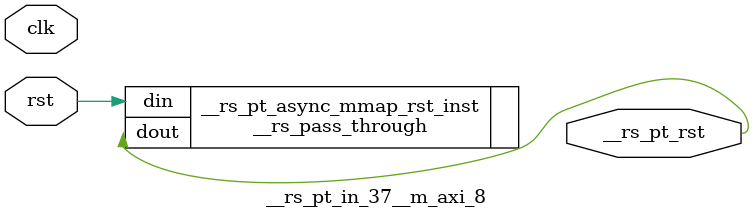
<source format=v>
`timescale 1 ns / 1 ps
/**   Generated by RapidStream   **/
module __rs_pt_in_37__m_axi_8 #(
    parameter BufferSize         = 32,
    parameter BufferSizeLog      = 5,
    parameter AddrWidth          = 64,
    parameter AxiSideAddrWidth   = 64,
    parameter DataWidth          = 512,
    parameter DataWidthBytesLog  = 6,
    parameter WaitTimeWidth      = 4,
    parameter BurstLenWidth      = 8,
    parameter EnableReadChannel  = 1,
    parameter EnableWriteChannel = 1,
    parameter MaxWaitTime        = 3,
    parameter MaxBurstLen        = 15
) (
    output wire __rs_pt_rst,
    input wire  clk,
    input wire  rst
);




__rs_pass_through #(
    .WIDTH (1)
) __rs_pt_async_mmap_rst_inst /**   Generated by RapidStream   **/ (
    .din  (rst),
    .dout (__rs_pt_rst)
);

endmodule  // __rs_pt_in_37__m_axi_8
</source>
